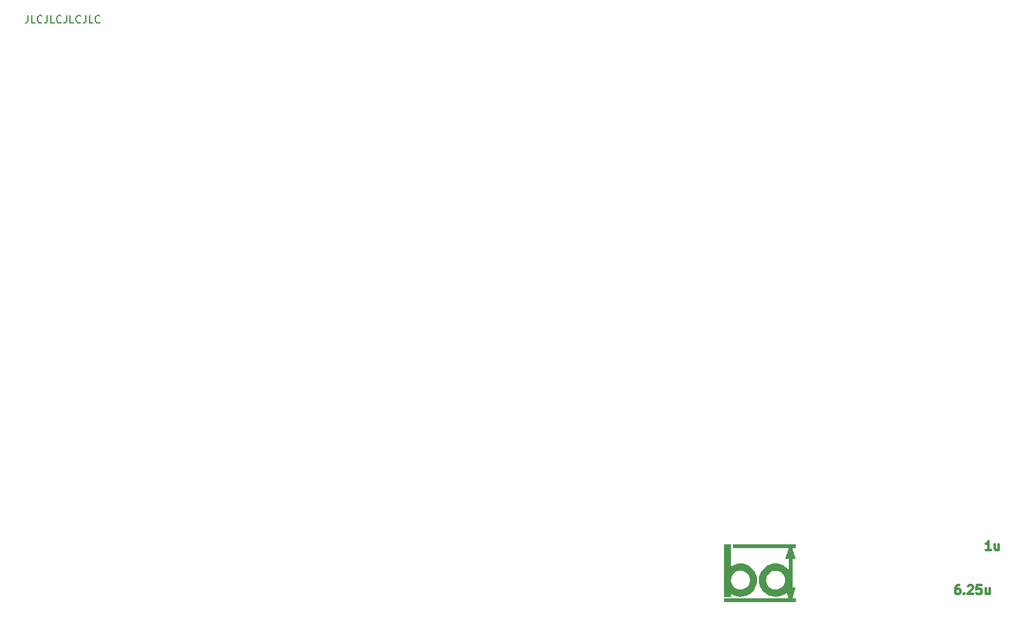
<source format=gto>
%TF.GenerationSoftware,KiCad,Pcbnew,(6.0.5)*%
%TF.CreationDate,2022-07-14T23:48:44-04:00*%
%TF.ProjectId,bd64pcb,62643634-7063-4622-9e6b-696361645f70,rev?*%
%TF.SameCoordinates,Original*%
%TF.FileFunction,Legend,Top*%
%TF.FilePolarity,Positive*%
%FSLAX46Y46*%
G04 Gerber Fmt 4.6, Leading zero omitted, Abs format (unit mm)*
G04 Created by KiCad (PCBNEW (6.0.5)) date 2022-07-14 23:48:44*
%MOMM*%
%LPD*%
G01*
G04 APERTURE LIST*
G04 Aperture macros list*
%AMRoundRect*
0 Rectangle with rounded corners*
0 $1 Rounding radius*
0 $2 $3 $4 $5 $6 $7 $8 $9 X,Y pos of 4 corners*
0 Add a 4 corners polygon primitive as box body*
4,1,4,$2,$3,$4,$5,$6,$7,$8,$9,$2,$3,0*
0 Add four circle primitives for the rounded corners*
1,1,$1+$1,$2,$3*
1,1,$1+$1,$4,$5*
1,1,$1+$1,$6,$7*
1,1,$1+$1,$8,$9*
0 Add four rect primitives between the rounded corners*
20,1,$1+$1,$2,$3,$4,$5,0*
20,1,$1+$1,$4,$5,$6,$7,0*
20,1,$1+$1,$6,$7,$8,$9,0*
20,1,$1+$1,$8,$9,$2,$3,0*%
G04 Aperture macros list end*
%ADD10C,0.200000*%
%ADD11C,0.300000*%
%ADD12C,3.987800*%
%ADD13C,1.750000*%
%ADD14C,3.048000*%
%ADD15RoundRect,1.500000X0.000000X-0.707107X0.707107X0.000000X0.000000X0.707107X-0.707107X0.000000X0*%
G04 APERTURE END LIST*
D10*
X19987202Y-54221130D02*
X19987202Y-54935416D01*
X19939583Y-55078273D01*
X19844345Y-55173511D01*
X19701488Y-55221130D01*
X19606250Y-55221130D01*
X20939583Y-55221130D02*
X20463392Y-55221130D01*
X20463392Y-54221130D01*
X21844345Y-55125892D02*
X21796726Y-55173511D01*
X21653869Y-55221130D01*
X21558630Y-55221130D01*
X21415773Y-55173511D01*
X21320535Y-55078273D01*
X21272916Y-54983035D01*
X21225297Y-54792559D01*
X21225297Y-54649702D01*
X21272916Y-54459226D01*
X21320535Y-54363988D01*
X21415773Y-54268750D01*
X21558630Y-54221130D01*
X21653869Y-54221130D01*
X21796726Y-54268750D01*
X21844345Y-54316369D01*
X22558630Y-54221130D02*
X22558630Y-54935416D01*
X22511011Y-55078273D01*
X22415773Y-55173511D01*
X22272916Y-55221130D01*
X22177678Y-55221130D01*
X23511011Y-55221130D02*
X23034821Y-55221130D01*
X23034821Y-54221130D01*
X24415773Y-55125892D02*
X24368154Y-55173511D01*
X24225297Y-55221130D01*
X24130059Y-55221130D01*
X23987202Y-55173511D01*
X23891964Y-55078273D01*
X23844345Y-54983035D01*
X23796726Y-54792559D01*
X23796726Y-54649702D01*
X23844345Y-54459226D01*
X23891964Y-54363988D01*
X23987202Y-54268750D01*
X24130059Y-54221130D01*
X24225297Y-54221130D01*
X24368154Y-54268750D01*
X24415773Y-54316369D01*
X25130059Y-54221130D02*
X25130059Y-54935416D01*
X25082440Y-55078273D01*
X24987202Y-55173511D01*
X24844345Y-55221130D01*
X24749107Y-55221130D01*
X26082440Y-55221130D02*
X25606250Y-55221130D01*
X25606250Y-54221130D01*
X26987202Y-55125892D02*
X26939583Y-55173511D01*
X26796726Y-55221130D01*
X26701488Y-55221130D01*
X26558630Y-55173511D01*
X26463392Y-55078273D01*
X26415773Y-54983035D01*
X26368154Y-54792559D01*
X26368154Y-54649702D01*
X26415773Y-54459226D01*
X26463392Y-54363988D01*
X26558630Y-54268750D01*
X26701488Y-54221130D01*
X26796726Y-54221130D01*
X26939583Y-54268750D01*
X26987202Y-54316369D01*
X27701488Y-54221130D02*
X27701488Y-54935416D01*
X27653869Y-55078273D01*
X27558630Y-55173511D01*
X27415773Y-55221130D01*
X27320535Y-55221130D01*
X28653869Y-55221130D02*
X28177678Y-55221130D01*
X28177678Y-54221130D01*
X29558630Y-55125892D02*
X29511011Y-55173511D01*
X29368154Y-55221130D01*
X29272916Y-55221130D01*
X29130059Y-55173511D01*
X29034821Y-55078273D01*
X28987202Y-54983035D01*
X28939583Y-54792559D01*
X28939583Y-54649702D01*
X28987202Y-54459226D01*
X29034821Y-54363988D01*
X29130059Y-54268750D01*
X29272916Y-54221130D01*
X29368154Y-54221130D01*
X29511011Y-54268750D01*
X29558630Y-54316369D01*
D11*
%TO.C,MX59*%
X144053142Y-130152857D02*
X143824571Y-130152857D01*
X143710285Y-130210000D01*
X143653142Y-130267142D01*
X143538857Y-130438571D01*
X143481714Y-130667142D01*
X143481714Y-131124285D01*
X143538857Y-131238571D01*
X143596000Y-131295714D01*
X143710285Y-131352857D01*
X143938857Y-131352857D01*
X144053142Y-131295714D01*
X144110285Y-131238571D01*
X144167428Y-131124285D01*
X144167428Y-130838571D01*
X144110285Y-130724285D01*
X144053142Y-130667142D01*
X143938857Y-130610000D01*
X143710285Y-130610000D01*
X143596000Y-130667142D01*
X143538857Y-130724285D01*
X143481714Y-130838571D01*
X144681714Y-131238571D02*
X144738857Y-131295714D01*
X144681714Y-131352857D01*
X144624571Y-131295714D01*
X144681714Y-131238571D01*
X144681714Y-131352857D01*
X145196000Y-130267142D02*
X145253142Y-130210000D01*
X145367428Y-130152857D01*
X145653142Y-130152857D01*
X145767428Y-130210000D01*
X145824571Y-130267142D01*
X145881714Y-130381428D01*
X145881714Y-130495714D01*
X145824571Y-130667142D01*
X145138857Y-131352857D01*
X145881714Y-131352857D01*
X146967428Y-130152857D02*
X146396000Y-130152857D01*
X146338857Y-130724285D01*
X146396000Y-130667142D01*
X146510285Y-130610000D01*
X146796000Y-130610000D01*
X146910285Y-130667142D01*
X146967428Y-130724285D01*
X147024571Y-130838571D01*
X147024571Y-131124285D01*
X146967428Y-131238571D01*
X146910285Y-131295714D01*
X146796000Y-131352857D01*
X146510285Y-131352857D01*
X146396000Y-131295714D01*
X146338857Y-131238571D01*
X148053142Y-130552857D02*
X148053142Y-131352857D01*
X147538857Y-130552857D02*
X147538857Y-131181428D01*
X147596000Y-131295714D01*
X147710285Y-131352857D01*
X147881714Y-131352857D01*
X147996000Y-131295714D01*
X148053142Y-131238571D01*
X148263000Y-125510857D02*
X147577285Y-125510857D01*
X147920142Y-125510857D02*
X147920142Y-124310857D01*
X147805857Y-124482285D01*
X147691571Y-124596571D01*
X147577285Y-124653714D01*
X149291571Y-124710857D02*
X149291571Y-125510857D01*
X148777285Y-124710857D02*
X148777285Y-125339428D01*
X148834428Y-125453714D01*
X148948714Y-125510857D01*
X149120142Y-125510857D01*
X149234428Y-125453714D01*
X149291571Y-125396571D01*
%TO.C,G\u002A\u002A\u002A*%
G36*
X117364934Y-129313816D02*
G01*
X117372688Y-129210780D01*
X117383787Y-129127670D01*
X117435996Y-128897832D01*
X117509769Y-128677808D01*
X117604716Y-128468470D01*
X117720447Y-128270691D01*
X117842759Y-128102410D01*
X117996468Y-127929387D01*
X118165262Y-127774763D01*
X118348105Y-127639144D01*
X118543961Y-127523141D01*
X118751793Y-127427363D01*
X118970564Y-127352418D01*
X119199239Y-127298914D01*
X119215548Y-127295995D01*
X119303426Y-127284424D01*
X119408135Y-127276798D01*
X119522823Y-127273125D01*
X119640638Y-127273412D01*
X119754730Y-127277666D01*
X119858246Y-127285897D01*
X119928029Y-127295212D01*
X120149224Y-127343762D01*
X120363782Y-127413874D01*
X120569606Y-127504385D01*
X120764599Y-127614130D01*
X120946664Y-127741947D01*
X121113702Y-127886670D01*
X121246183Y-128026602D01*
X121316210Y-128107965D01*
X121316210Y-126666895D01*
X120837985Y-126666895D01*
X121077097Y-125949782D01*
X121118954Y-125824202D01*
X121158480Y-125705522D01*
X121195035Y-125595672D01*
X121227976Y-125496584D01*
X121256662Y-125410191D01*
X121280453Y-125338425D01*
X121298706Y-125283217D01*
X121310779Y-125246500D01*
X121316033Y-125230205D01*
X121316210Y-125229555D01*
X121304358Y-125229306D01*
X121269412Y-125229062D01*
X121212283Y-125228825D01*
X121133885Y-125228594D01*
X121035131Y-125228371D01*
X120916933Y-125228156D01*
X120780204Y-125227950D01*
X120625856Y-125227754D01*
X120454804Y-125227568D01*
X120267958Y-125227394D01*
X120066232Y-125227232D01*
X119850540Y-125227083D01*
X119621792Y-125226947D01*
X119380904Y-125226826D01*
X119128786Y-125226720D01*
X118866352Y-125226630D01*
X118594514Y-125226556D01*
X118314186Y-125226500D01*
X118026280Y-125226462D01*
X117731709Y-125226443D01*
X117595038Y-125226441D01*
X113873866Y-125226441D01*
X113873866Y-124746290D01*
X122276512Y-124746290D01*
X122276512Y-125226441D01*
X122036437Y-125226441D01*
X121963469Y-125226589D01*
X121899430Y-125227002D01*
X121847913Y-125227633D01*
X121812511Y-125228435D01*
X121796818Y-125229362D01*
X121796361Y-125229555D01*
X121800054Y-125241176D01*
X121810707Y-125273639D01*
X121827677Y-125325010D01*
X121850324Y-125393357D01*
X121878005Y-125476750D01*
X121910080Y-125573254D01*
X121945907Y-125680940D01*
X121984845Y-125797874D01*
X122026252Y-125922124D01*
X122035473Y-125949782D01*
X122274586Y-126666895D01*
X121796361Y-126666895D01*
X121796361Y-130508105D01*
X122274586Y-130508105D01*
X122035473Y-131225218D01*
X121993617Y-131350797D01*
X121954090Y-131469478D01*
X121917536Y-131579328D01*
X121884595Y-131678416D01*
X121855908Y-131764809D01*
X121832118Y-131836575D01*
X121813865Y-131891783D01*
X121801791Y-131928500D01*
X121796538Y-131944795D01*
X121796361Y-131945445D01*
X121807766Y-131946391D01*
X121839584Y-131947222D01*
X121888224Y-131947890D01*
X121950090Y-131948349D01*
X122021589Y-131948553D01*
X122036437Y-131948558D01*
X122276512Y-131948558D01*
X122276512Y-132428710D01*
X112673488Y-132428710D01*
X112673488Y-131948558D01*
X116996133Y-131948558D01*
X117391828Y-131948544D01*
X117764141Y-131948499D01*
X118113698Y-131948423D01*
X118441124Y-131948311D01*
X118747044Y-131948163D01*
X119032085Y-131947975D01*
X119296873Y-131947747D01*
X119542031Y-131947476D01*
X119768187Y-131947159D01*
X119975965Y-131946794D01*
X120165992Y-131946380D01*
X120338893Y-131945914D01*
X120495293Y-131945393D01*
X120635818Y-131944816D01*
X120761094Y-131944181D01*
X120871747Y-131943485D01*
X120968401Y-131942727D01*
X121051682Y-131941903D01*
X121122216Y-131941012D01*
X121180629Y-131940052D01*
X121227547Y-131939020D01*
X121263594Y-131937915D01*
X121289396Y-131936733D01*
X121305579Y-131935474D01*
X121312769Y-131934134D01*
X121313260Y-131933554D01*
X121308266Y-131918882D01*
X121296664Y-131884234D01*
X121279392Y-131832425D01*
X121257385Y-131766270D01*
X121231581Y-131688586D01*
X121202917Y-131602186D01*
X121184436Y-131546432D01*
X121154356Y-131456255D01*
X121126292Y-131373265D01*
X121101215Y-131300246D01*
X121080096Y-131239982D01*
X121063908Y-131195259D01*
X121053621Y-131168860D01*
X121050650Y-131162934D01*
X121035769Y-131163126D01*
X121010454Y-131180336D01*
X121001134Y-131188785D01*
X120956183Y-131227289D01*
X120895301Y-131273195D01*
X120823847Y-131322804D01*
X120747179Y-131372421D01*
X120670656Y-131418350D01*
X120657507Y-131425830D01*
X120457013Y-131525304D01*
X120248426Y-131603046D01*
X120033740Y-131659073D01*
X119814948Y-131693403D01*
X119594044Y-131706055D01*
X119373021Y-131697046D01*
X119153874Y-131666395D01*
X118938595Y-131614119D01*
X118729178Y-131540237D01*
X118527618Y-131444766D01*
X118458781Y-131405951D01*
X118264552Y-131277980D01*
X118086738Y-131132915D01*
X117926109Y-130971871D01*
X117783434Y-130795966D01*
X117659483Y-130606314D01*
X117555027Y-130404031D01*
X117470836Y-130190234D01*
X117407678Y-129966038D01*
X117383787Y-129847897D01*
X117372334Y-129761250D01*
X117364722Y-129657712D01*
X117360951Y-129544089D01*
X117360959Y-129530189D01*
X118318271Y-129530189D01*
X118335885Y-129698979D01*
X118376669Y-129867025D01*
X118392924Y-129915428D01*
X118460655Y-130070047D01*
X118548231Y-130212924D01*
X118653727Y-130342446D01*
X118775221Y-130457001D01*
X118910792Y-130554977D01*
X119058516Y-130634761D01*
X119216471Y-130694739D01*
X119364277Y-130730189D01*
X119436396Y-130738703D01*
X119523689Y-130742583D01*
X119617855Y-130742009D01*
X119710589Y-130737161D01*
X119793588Y-130728220D01*
X119840394Y-130719857D01*
X120002943Y-130671706D01*
X120158700Y-130601579D01*
X120304402Y-130511248D01*
X120436784Y-130402484D01*
X120451852Y-130388052D01*
X120566961Y-130260038D01*
X120661580Y-130121548D01*
X120735680Y-129974626D01*
X120789234Y-129821317D01*
X120822214Y-129663665D01*
X120834592Y-129503717D01*
X120826341Y-129343517D01*
X120797433Y-129185109D01*
X120747840Y-129030540D01*
X120677534Y-128881853D01*
X120586489Y-128741093D01*
X120475930Y-128611593D01*
X120347883Y-128496435D01*
X120209448Y-128401822D01*
X120062661Y-128327753D01*
X119909556Y-128274228D01*
X119752167Y-128241247D01*
X119592530Y-128228810D01*
X119432677Y-128236918D01*
X119274646Y-128265569D01*
X119120469Y-128314765D01*
X118972181Y-128384505D01*
X118831817Y-128474789D01*
X118701412Y-128585617D01*
X118675393Y-128611593D01*
X118562900Y-128743684D01*
X118471030Y-128886793D01*
X118400207Y-129038957D01*
X118350857Y-129198218D01*
X118323403Y-129362616D01*
X118318271Y-129530189D01*
X117360959Y-129530189D01*
X117361022Y-129427188D01*
X117364934Y-129313816D01*
G37*
G36*
X113633790Y-124746290D02*
G01*
X113633790Y-126199748D01*
X113633863Y-126384325D01*
X113634075Y-126562049D01*
X113634418Y-126731465D01*
X113634883Y-126891118D01*
X113635459Y-127039553D01*
X113636140Y-127175315D01*
X113636914Y-127296948D01*
X113637774Y-127402997D01*
X113638711Y-127492007D01*
X113639714Y-127562524D01*
X113640776Y-127613092D01*
X113641887Y-127642255D01*
X113642793Y-127649204D01*
X113656128Y-127641796D01*
X113685610Y-127624667D01*
X113726786Y-127600423D01*
X113771834Y-127573679D01*
X113960054Y-127474653D01*
X114162524Y-127392787D01*
X114375376Y-127329489D01*
X114534074Y-127295995D01*
X114621951Y-127284424D01*
X114726660Y-127276798D01*
X114841348Y-127273125D01*
X114959164Y-127273412D01*
X115073255Y-127277666D01*
X115176771Y-127285897D01*
X115246555Y-127295212D01*
X115472954Y-127344942D01*
X115691587Y-127416913D01*
X115900849Y-127510411D01*
X116099139Y-127624723D01*
X116279560Y-127754881D01*
X116452708Y-127908673D01*
X116607353Y-128077466D01*
X116742942Y-128260317D01*
X116858919Y-128456280D01*
X116954729Y-128664411D01*
X117029818Y-128883765D01*
X117083629Y-129113399D01*
X117086203Y-129127670D01*
X117097762Y-129214546D01*
X117105436Y-129318297D01*
X117109225Y-129432105D01*
X117109131Y-129549156D01*
X117105151Y-129662631D01*
X117097287Y-129765716D01*
X117086203Y-129847897D01*
X117034237Y-130075228D01*
X116961138Y-130292966D01*
X116867879Y-130499886D01*
X116755431Y-130694769D01*
X116624767Y-130876392D01*
X116476860Y-131043534D01*
X116312681Y-131194972D01*
X116133203Y-131329485D01*
X115939399Y-131445852D01*
X115739560Y-131539856D01*
X115525921Y-131615090D01*
X115307235Y-131667814D01*
X115085460Y-131698165D01*
X114862554Y-131706281D01*
X114640475Y-131692299D01*
X114421180Y-131656356D01*
X114206628Y-131598590D01*
X113998776Y-131519137D01*
X113799583Y-131418135D01*
X113771834Y-131401888D01*
X113723762Y-131373355D01*
X113683228Y-131349505D01*
X113654685Y-131332944D01*
X113642793Y-131326362D01*
X113639767Y-131336303D01*
X113637174Y-131366352D01*
X113635201Y-131412614D01*
X113634031Y-131471191D01*
X113633790Y-131515422D01*
X113633790Y-131708483D01*
X112673488Y-131708483D01*
X112673488Y-129530189D01*
X113636796Y-129530189D01*
X113654410Y-129698979D01*
X113695195Y-129867025D01*
X113711449Y-129915428D01*
X113779181Y-130070047D01*
X113866756Y-130212924D01*
X113972252Y-130342446D01*
X114093747Y-130457001D01*
X114229318Y-130554977D01*
X114377042Y-130634761D01*
X114534997Y-130694739D01*
X114682803Y-130730189D01*
X114754921Y-130738703D01*
X114842215Y-130742583D01*
X114936380Y-130742009D01*
X115029115Y-130737161D01*
X115112114Y-130728220D01*
X115158919Y-130719857D01*
X115321468Y-130671706D01*
X115477226Y-130601579D01*
X115622928Y-130511248D01*
X115755310Y-130402484D01*
X115770378Y-130388052D01*
X115885487Y-130260038D01*
X115980105Y-130121548D01*
X116054205Y-129974626D01*
X116107759Y-129821317D01*
X116140739Y-129663665D01*
X116153117Y-129503717D01*
X116144866Y-129343517D01*
X116115958Y-129185109D01*
X116066365Y-129030540D01*
X115996060Y-128881853D01*
X115905014Y-128741093D01*
X115794455Y-128611593D01*
X115666408Y-128496435D01*
X115527974Y-128401822D01*
X115381187Y-128327753D01*
X115228081Y-128274228D01*
X115070693Y-128241247D01*
X114911055Y-128228810D01*
X114751203Y-128236918D01*
X114593171Y-128265569D01*
X114438994Y-128314765D01*
X114290706Y-128384505D01*
X114150343Y-128474789D01*
X114019937Y-128585617D01*
X113993919Y-128611593D01*
X113881426Y-128743684D01*
X113789555Y-128886793D01*
X113718733Y-129038957D01*
X113669382Y-129198218D01*
X113641929Y-129362616D01*
X113636796Y-129530189D01*
X112673488Y-129530189D01*
X112673488Y-124746290D01*
X113633790Y-124746290D01*
G37*
%TD*%
%LPC*%
D10*
X20915476Y-45823214D02*
X21296428Y-45823214D01*
X21058333Y-45489880D02*
X21058333Y-46347023D01*
X21105952Y-46442261D01*
X21201190Y-46489880D01*
X21296428Y-46489880D01*
X22010714Y-46442261D02*
X21915476Y-46489880D01*
X21725000Y-46489880D01*
X21629761Y-46442261D01*
X21582142Y-46347023D01*
X21582142Y-45966071D01*
X21629761Y-45870833D01*
X21725000Y-45823214D01*
X21915476Y-45823214D01*
X22010714Y-45870833D01*
X22058333Y-45966071D01*
X22058333Y-46061309D01*
X21582142Y-46156547D01*
X22439285Y-46442261D02*
X22534523Y-46489880D01*
X22725000Y-46489880D01*
X22820238Y-46442261D01*
X22867857Y-46347023D01*
X22867857Y-46299404D01*
X22820238Y-46204166D01*
X22725000Y-46156547D01*
X22582142Y-46156547D01*
X22486904Y-46108928D01*
X22439285Y-46013690D01*
X22439285Y-45966071D01*
X22486904Y-45870833D01*
X22582142Y-45823214D01*
X22725000Y-45823214D01*
X22820238Y-45870833D01*
X23153571Y-45823214D02*
X23534523Y-45823214D01*
X23296428Y-45489880D02*
X23296428Y-46347023D01*
X23344047Y-46442261D01*
X23439285Y-46489880D01*
X23534523Y-46489880D01*
D12*
%TO.C,MX1*%
X24606250Y-51593750D03*
D13*
X29686250Y-51593750D03*
X19526250Y-51593750D03*
%TD*%
%TO.C,MX2*%
X48736250Y-51593750D03*
D12*
X43656250Y-51593750D03*
D13*
X38576250Y-51593750D03*
%TD*%
D12*
%TO.C,MX4*%
X81756250Y-51593750D03*
D13*
X76676250Y-51593750D03*
X86836250Y-51593750D03*
%TD*%
D12*
%TO.C,MX10*%
X196056250Y-51593750D03*
D13*
X201136250Y-51593750D03*
X190976250Y-51593750D03*
%TD*%
%TO.C,MX11*%
X220186250Y-51593750D03*
X210026250Y-51593750D03*
D12*
X215106250Y-51593750D03*
%TD*%
D13*
%TO.C,MX12*%
X239236250Y-51593750D03*
X229076250Y-51593750D03*
D12*
X234156250Y-51593750D03*
%TD*%
D13*
%TO.C,MX13*%
X248126250Y-51593750D03*
X258286250Y-51593750D03*
D12*
X253206250Y-51593750D03*
%TD*%
D13*
%TO.C,MX14*%
X277336250Y-51593750D03*
X267176250Y-51593750D03*
D12*
X272256250Y-51593750D03*
%TD*%
%TO.C,MX15*%
X26987500Y-70643750D03*
D13*
X32067500Y-70643750D03*
X21907500Y-70643750D03*
%TD*%
D12*
%TO.C,MX16*%
X48418750Y-70643750D03*
D13*
X43338750Y-70643750D03*
X53498750Y-70643750D03*
%TD*%
%TO.C,MX17*%
X62388750Y-70643750D03*
D12*
X67468750Y-70643750D03*
D13*
X72548750Y-70643750D03*
%TD*%
D12*
%TO.C,MX18*%
X86518750Y-70643750D03*
D13*
X81438750Y-70643750D03*
X91598750Y-70643750D03*
%TD*%
%TO.C,MX19*%
X110648750Y-70643750D03*
X100488750Y-70643750D03*
D12*
X105568750Y-70643750D03*
%TD*%
D13*
%TO.C,MX20*%
X119538750Y-70643750D03*
X129698750Y-70643750D03*
D12*
X124618750Y-70643750D03*
%TD*%
D13*
%TO.C,MX25*%
X224948750Y-70643750D03*
X214788750Y-70643750D03*
D12*
X219868750Y-70643750D03*
%TD*%
D13*
%TO.C,MX26*%
X243998750Y-70643750D03*
D12*
X238918750Y-70643750D03*
D13*
X233838750Y-70643750D03*
%TD*%
%TO.C,MX28*%
X24288750Y-89693750D03*
D12*
X29368750Y-89693750D03*
D13*
X34448750Y-89693750D03*
%TD*%
%TO.C,MX29*%
X58261250Y-89693750D03*
X48101250Y-89693750D03*
D12*
X53181250Y-89693750D03*
%TD*%
D13*
%TO.C,MX37*%
X200501250Y-89693750D03*
X210661250Y-89693750D03*
D12*
X205581250Y-89693750D03*
%TD*%
D13*
%TO.C,MX38*%
X229711250Y-89693750D03*
D12*
X224631250Y-89693750D03*
D13*
X219551250Y-89693750D03*
%TD*%
D12*
%TO.C,MX39*%
X243681250Y-89693750D03*
D13*
X248761250Y-89693750D03*
X238601250Y-89693750D03*
%TD*%
%TO.C,MX40*%
X272573750Y-89693750D03*
X262413750Y-89693750D03*
D12*
X267493750Y-89693750D03*
%TD*%
%TO.C,MX41*%
X31750000Y-108743750D03*
D13*
X36830000Y-108743750D03*
X26670000Y-108743750D03*
%TD*%
D12*
%TO.C,MX42*%
X57943750Y-108743750D03*
D13*
X52863750Y-108743750D03*
X63023750Y-108743750D03*
%TD*%
D12*
%TO.C,MX43*%
X76993750Y-108743750D03*
D13*
X82073750Y-108743750D03*
X71913750Y-108743750D03*
%TD*%
%TO.C,MX44*%
X90963750Y-108743750D03*
D12*
X96043750Y-108743750D03*
D13*
X101123750Y-108743750D03*
%TD*%
%TO.C,MX45*%
X120173750Y-108743750D03*
X110013750Y-108743750D03*
D12*
X115093750Y-108743750D03*
%TD*%
D13*
%TO.C,MX46*%
X129063750Y-108743750D03*
X139223750Y-108743750D03*
D12*
X134143750Y-108743750D03*
%TD*%
D13*
%TO.C,MX47*%
X158273750Y-108743750D03*
X148113750Y-108743750D03*
D12*
X153193750Y-108743750D03*
%TD*%
D13*
%TO.C,MX48*%
X167163750Y-108743750D03*
D12*
X172243750Y-108743750D03*
D13*
X177323750Y-108743750D03*
%TD*%
D12*
%TO.C,MX49*%
X191293750Y-108743750D03*
D13*
X196373750Y-108743750D03*
X186213750Y-108743750D03*
%TD*%
D12*
%TO.C,MX50*%
X210343750Y-108743750D03*
D13*
X205263750Y-108743750D03*
X215423750Y-108743750D03*
%TD*%
%TO.C,MX51*%
X234473750Y-108743750D03*
D12*
X229393750Y-108743750D03*
D13*
X224313750Y-108743750D03*
%TD*%
D12*
%TO.C,MX52*%
X248443750Y-108743750D03*
D13*
X243363750Y-108743750D03*
X253523750Y-108743750D03*
%TD*%
%TO.C,MX54*%
X32067500Y-127793750D03*
D12*
X26987500Y-127793750D03*
D13*
X21907500Y-127793750D03*
%TD*%
%TO.C,MX55*%
X45720000Y-127793750D03*
D12*
X50800000Y-127793750D03*
D13*
X55880000Y-127793750D03*
%TD*%
%TO.C,MX56*%
X69531900Y-127793150D03*
D12*
X74611900Y-127793150D03*
X76993750Y-127793750D03*
D13*
X71913750Y-127793750D03*
X79691900Y-127793150D03*
X82073750Y-127793750D03*
%TD*%
%TO.C,MX57*%
X100488750Y-127793750D03*
X110648750Y-127793750D03*
D12*
X105568750Y-127793750D03*
%TD*%
D13*
%TO.C,MX58*%
X134461250Y-127793750D03*
D12*
X129381250Y-127793750D03*
D13*
X124301250Y-127793750D03*
%TD*%
D12*
%TO.C,MX59*%
X146046400Y-127793150D03*
D13*
X151126400Y-127793150D03*
X140966400Y-127793150D03*
D12*
X96046500Y-119538150D03*
D13*
X143351250Y-127793750D03*
D14*
X96046500Y-134778150D03*
D13*
X153511250Y-127793750D03*
D12*
X196046300Y-119538150D03*
D14*
X196046300Y-134778150D03*
D12*
X148431250Y-127793750D03*
%TD*%
D13*
%TO.C,MX60*%
X177323750Y-127793750D03*
X167163750Y-127793750D03*
D12*
X172243750Y-127793750D03*
%TD*%
%TO.C,MX61*%
X198437500Y-127793750D03*
D13*
X203517500Y-127793750D03*
X193357500Y-127793750D03*
X220184600Y-127793150D03*
D12*
X215104600Y-127793150D03*
D13*
X210024600Y-127793150D03*
%TD*%
%TO.C,MX62*%
X239234900Y-127793150D03*
D12*
X222250000Y-127793750D03*
D13*
X229074900Y-127793150D03*
D12*
X234154900Y-127793150D03*
D13*
X217170000Y-127793750D03*
X227330000Y-127793750D03*
%TD*%
%TO.C,MX63*%
X251142500Y-127793750D03*
X248125200Y-127793750D03*
X258285200Y-127793750D03*
D12*
X253205200Y-127793750D03*
D13*
X240982500Y-127793750D03*
D12*
X246062500Y-127793750D03*
%TD*%
%TO.C,MX64*%
X272256250Y-127793750D03*
D13*
X264795000Y-127793750D03*
D12*
X269875000Y-127793750D03*
D13*
X274955000Y-127793750D03*
X277336250Y-127793750D03*
X267176250Y-127793750D03*
%TD*%
%TO.C,MX30*%
X77311250Y-89693750D03*
D12*
X72231250Y-89693750D03*
D13*
X67151250Y-89693750D03*
%TD*%
%TO.C,MX36*%
X191611250Y-89693750D03*
D12*
X186531250Y-89693750D03*
D13*
X181451250Y-89693750D03*
%TD*%
D12*
%TO.C,MX35*%
X167481250Y-89693750D03*
D13*
X172561250Y-89693750D03*
X162401250Y-89693750D03*
%TD*%
D12*
%TO.C,MX34*%
X148431250Y-89693750D03*
D13*
X153511250Y-89693750D03*
X143351250Y-89693750D03*
%TD*%
%TO.C,MX33*%
X134461250Y-89693750D03*
D12*
X129381250Y-89693750D03*
D13*
X124301250Y-89693750D03*
%TD*%
%TO.C,MX32*%
X105251250Y-89693750D03*
D12*
X110331250Y-89693750D03*
D13*
X115411250Y-89693750D03*
%TD*%
%TO.C,MX31*%
X96361250Y-89693750D03*
D12*
X91281250Y-89693750D03*
D13*
X86201250Y-89693750D03*
%TD*%
%TO.C,MX23*%
X186848750Y-70643750D03*
X176688750Y-70643750D03*
D12*
X181768750Y-70643750D03*
%TD*%
%TO.C,MX22*%
X162718750Y-70643750D03*
D13*
X167798750Y-70643750D03*
X157638750Y-70643750D03*
%TD*%
D12*
%TO.C,MX21*%
X143668750Y-70643750D03*
D13*
X148748750Y-70643750D03*
X138588750Y-70643750D03*
%TD*%
%TO.C,MX5*%
X105886250Y-51593750D03*
X95726250Y-51593750D03*
D12*
X100806250Y-51593750D03*
%TD*%
D13*
%TO.C,MX9*%
X182086250Y-51593750D03*
D12*
X177006250Y-51593750D03*
D13*
X171926250Y-51593750D03*
%TD*%
%TO.C,MX24*%
X205898750Y-70643750D03*
D12*
X200818750Y-70643750D03*
D13*
X195738750Y-70643750D03*
%TD*%
%TO.C,MX7*%
X143986250Y-51593750D03*
X133826250Y-51593750D03*
D12*
X138906250Y-51593750D03*
%TD*%
D13*
%TO.C,MX6*%
X114776250Y-51593750D03*
D12*
X119856250Y-51593750D03*
D13*
X124936250Y-51593750D03*
%TD*%
%TO.C,MX8*%
X163036250Y-51593750D03*
D12*
X157956250Y-51593750D03*
D13*
X152876250Y-51593750D03*
%TD*%
%TO.C,MX53*%
X264795000Y-108743750D03*
X274955000Y-108743750D03*
D12*
X269875000Y-108743750D03*
%TD*%
D13*
%TO.C,MX3*%
X67786250Y-51593750D03*
X57626250Y-51593750D03*
D12*
X62706250Y-51593750D03*
%TD*%
%TO.C,MX27*%
X265112500Y-70643750D03*
D13*
X260032500Y-70643750D03*
X270192500Y-70643750D03*
%TD*%
D15*
%TO.C,U2*%
X161417000Y-125476000D03*
%TD*%
M02*

</source>
